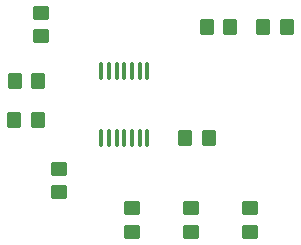
<source format=gbr>
%TF.GenerationSoftware,KiCad,Pcbnew,9.0.3*%
%TF.CreationDate,2025-09-11T10:37:05-04:00*%
%TF.ProjectId,lmv324_breakout,6c6d7633-3234-45f6-9272-65616b6f7574,rev?*%
%TF.SameCoordinates,Original*%
%TF.FileFunction,Paste,Top*%
%TF.FilePolarity,Positive*%
%FSLAX46Y46*%
G04 Gerber Fmt 4.6, Leading zero omitted, Abs format (unit mm)*
G04 Created by KiCad (PCBNEW 9.0.3) date 2025-09-11 10:37:05*
%MOMM*%
%LPD*%
G01*
G04 APERTURE LIST*
G04 Aperture macros list*
%AMRoundRect*
0 Rectangle with rounded corners*
0 $1 Rounding radius*
0 $2 $3 $4 $5 $6 $7 $8 $9 X,Y pos of 4 corners*
0 Add a 4 corners polygon primitive as box body*
4,1,4,$2,$3,$4,$5,$6,$7,$8,$9,$2,$3,0*
0 Add four circle primitives for the rounded corners*
1,1,$1+$1,$2,$3*
1,1,$1+$1,$4,$5*
1,1,$1+$1,$6,$7*
1,1,$1+$1,$8,$9*
0 Add four rect primitives between the rounded corners*
20,1,$1+$1,$2,$3,$4,$5,0*
20,1,$1+$1,$4,$5,$6,$7,0*
20,1,$1+$1,$6,$7,$8,$9,0*
20,1,$1+$1,$8,$9,$2,$3,0*%
G04 Aperture macros list end*
%ADD10RoundRect,0.100000X-0.100000X0.637500X-0.100000X-0.637500X0.100000X-0.637500X0.100000X0.637500X0*%
%ADD11RoundRect,0.250000X0.350000X0.450000X-0.350000X0.450000X-0.350000X-0.450000X0.350000X-0.450000X0*%
%ADD12RoundRect,0.250000X-0.350000X-0.450000X0.350000X-0.450000X0.350000X0.450000X-0.350000X0.450000X0*%
%ADD13RoundRect,0.250000X-0.450000X0.350000X-0.450000X-0.350000X0.450000X-0.350000X0.450000X0.350000X0*%
%ADD14RoundRect,0.250000X0.450000X-0.350000X0.450000X0.350000X-0.450000X0.350000X-0.450000X-0.350000X0*%
G04 APERTURE END LIST*
D10*
%TO.C,U1*%
X107024000Y-76571000D03*
X106374000Y-76571000D03*
X105724000Y-76571000D03*
X105074000Y-76571000D03*
X104424000Y-76571000D03*
X103774000Y-76571000D03*
X103124000Y-76571000D03*
X103124000Y-82296000D03*
X103774000Y-82296000D03*
X104424000Y-82296000D03*
X105074000Y-82296000D03*
X105724000Y-82296000D03*
X106374000Y-82296000D03*
X107024000Y-82296000D03*
%TD*%
D11*
%TO.C,R10*%
X97758000Y-80772000D03*
X95758000Y-80772000D03*
%TD*%
D12*
%TO.C,R7*%
X116840000Y-72898000D03*
X118840000Y-72898000D03*
%TD*%
D11*
%TO.C,R8*%
X97790000Y-77470000D03*
X95790000Y-77470000D03*
%TD*%
D13*
%TO.C,R6*%
X98044000Y-71644000D03*
X98044000Y-73644000D03*
%TD*%
D11*
%TO.C,R4*%
X112252000Y-82296000D03*
X110252000Y-82296000D03*
%TD*%
D14*
%TO.C,R2*%
X110714000Y-90227000D03*
X110714000Y-88227000D03*
%TD*%
%TO.C,R3*%
X115714000Y-90227000D03*
X115714000Y-88227000D03*
%TD*%
D13*
%TO.C,R9*%
X99568000Y-84852000D03*
X99568000Y-86852000D03*
%TD*%
D11*
%TO.C,R5*%
X114046000Y-72898000D03*
X112046000Y-72898000D03*
%TD*%
D14*
%TO.C,R1*%
X105714000Y-90227000D03*
X105714000Y-88227000D03*
%TD*%
M02*

</source>
